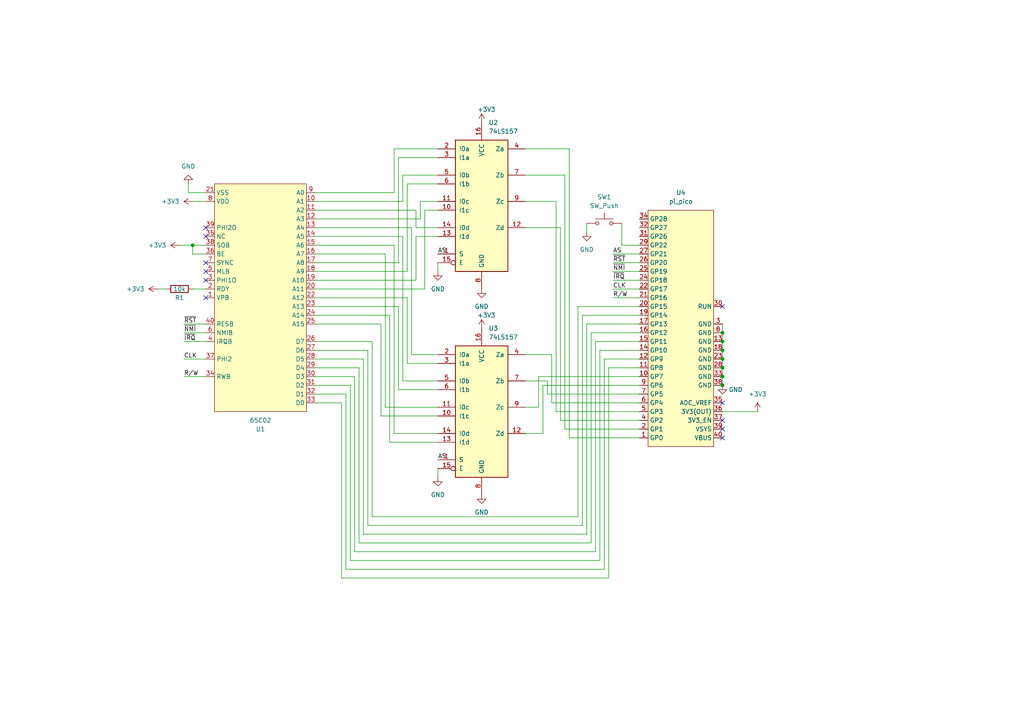
<source format=kicad_sch>
(kicad_sch (version 20211123) (generator eeschema)
  (paper "A4")
  (lib_symbols
    (symbol "65C02:65C02"
      (property "Reference" "U" (at -3.81 -1.27 0))
      (property "Value" "65C02" (at -3.81 -3.81 0))
      (symbol "65C02_0_1"
        (rectangle (start 0 66.04) (end 26.67 0) (fill (type background)))
      )
      (symbol "65C02_1_1"
        (pin output line (at 29.21 33.02 180) (length 2.54) (name "VPB") (number "1"))
        (pin output line (at -2.54 5.08 0) (length 2.54) (name "A1") (number "10"))
        (pin output line (at -2.54 7.62 0) (length 2.54) (name "A2") (number "11"))
        (pin output line (at -2.54 10.16 0) (length 2.54) (name "A3") (number "12"))
        (pin output line (at -2.54 12.7 0) (length 2.54) (name "A4") (number "13"))
        (pin output line (at -2.54 15.24 0) (length 2.54) (name "A5") (number "14"))
        (pin output line (at -2.54 17.78 0) (length 2.54) (name "A6") (number "15"))
        (pin output line (at -2.54 20.32 0) (length 2.54) (name "A7") (number "16"))
        (pin output line (at -2.54 22.86 0) (length 2.54) (name "A8") (number "17"))
        (pin output line (at -2.54 25.4 0) (length 2.54) (name "A9") (number "18"))
        (pin output line (at -2.54 27.94 0) (length 2.54) (name "A10") (number "19"))
        (pin input line (at 29.21 30.48 180) (length 2.54) (name "RDY") (number "2"))
        (pin output line (at -2.54 30.48 0) (length 2.54) (name "A11") (number "20"))
        (pin power_in line (at 29.21 2.54 180) (length 2.54) (name "VSS") (number "21"))
        (pin output line (at -2.54 33.02 0) (length 2.54) (name "A12") (number "22"))
        (pin output line (at -2.54 35.56 0) (length 2.54) (name "A13") (number "23"))
        (pin output line (at -2.54 38.1 0) (length 2.54) (name "A14") (number "24"))
        (pin output line (at -2.54 40.64 0) (length 2.54) (name "A15") (number "25"))
        (pin bidirectional line (at -2.54 45.72 0) (length 2.54) (name "D7") (number "26"))
        (pin bidirectional line (at -2.54 48.26 0) (length 2.54) (name "D6") (number "27"))
        (pin bidirectional line (at -2.54 50.8 0) (length 2.54) (name "D5") (number "28"))
        (pin bidirectional line (at -2.54 53.34 0) (length 2.54) (name "D4") (number "29"))
        (pin output line (at 29.21 27.94 180) (length 2.54) (name "PHI1O") (number "3"))
        (pin bidirectional line (at -2.54 55.88 0) (length 2.54) (name "D3") (number "30"))
        (pin bidirectional line (at -2.54 58.42 0) (length 2.54) (name "D2") (number "31"))
        (pin bidirectional line (at -2.54 60.96 0) (length 2.54) (name "D1") (number "32"))
        (pin bidirectional line (at -2.54 63.5 0) (length 2.54) (name "D0") (number "33"))
        (pin output line (at 29.21 55.88 180) (length 2.54) (name "RWB") (number "34"))
        (pin output line (at 29.21 15.24 180) (length 2.54) (name "NC") (number "35"))
        (pin input line (at 29.21 20.32 180) (length 2.54) (name "BE") (number "36"))
        (pin input line (at 29.21 50.8 180) (length 2.54) (name "PHI2") (number "37"))
        (pin input line (at 29.21 17.78 180) (length 2.54) (name "SOB") (number "38"))
        (pin output line (at 29.21 12.7 180) (length 2.54) (name "PHI2O") (number "39"))
        (pin input line (at 29.21 45.72 180) (length 2.54) (name "IRQB") (number "4"))
        (pin input line (at 29.21 40.64 180) (length 2.54) (name "RESB") (number "40"))
        (pin output line (at 29.21 25.4 180) (length 2.54) (name "MLB") (number "5"))
        (pin input line (at 29.21 43.18 180) (length 2.54) (name "NMIB") (number "6"))
        (pin output line (at 29.21 22.86 180) (length 2.54) (name "SYNC") (number "7"))
        (pin power_in line (at 29.21 5.08 180) (length 2.54) (name "VDD") (number "8"))
        (pin output line (at -2.54 2.54 0) (length 2.54) (name "A0") (number "9"))
      )
    )
    (symbol "74xx:74LS157" (pin_names (offset 1.016))
      (property "Reference" "U" (at -7.62 19.05 0))
      (property "Value" "74LS157" (at -7.62 -21.59 0))
      (symbol "74LS157_1_0"
        (pin input line (at -12.7 -15.24 0) (length 5.08) (name "S") (number "1"))
        (pin input line (at -12.7 -2.54 0) (length 5.08) (name "I1c") (number "10"))
        (pin input line (at -12.7 0 0) (length 5.08) (name "I0c") (number "11"))
        (pin output line (at 12.7 -7.62 180) (length 5.08) (name "Zd") (number "12"))
        (pin input line (at -12.7 -10.16 0) (length 5.08) (name "I1d") (number "13"))
        (pin input line (at -12.7 -7.62 0) (length 5.08) (name "I0d") (number "14"))
        (pin input inverted (at -12.7 -17.78 0) (length 5.08) (name "E") (number "15"))
        (pin power_in line (at 0 22.86 270) (length 5.08) (name "VCC") (number "16"))
        (pin input line (at -12.7 15.24 0) (length 5.08) (name "I0a") (number "2"))
        (pin input line (at -12.7 12.7 0) (length 5.08) (name "I1a") (number "3"))
        (pin output line (at 12.7 15.24 180) (length 5.08) (name "Za") (number "4"))
        (pin input line (at -12.7 7.62 0) (length 5.08) (name "I0b") (number "5"))
        (pin input line (at -12.7 5.08 0) (length 5.08) (name "I1b") (number "6"))
        (pin output line (at 12.7 7.62 180) (length 5.08) (name "Zb") (number "7"))
        (pin power_in line (at 0 -25.4 90) (length 5.08) (name "GND") (number "8"))
        (pin output line (at 12.7 0 180) (length 5.08) (name "Zc") (number "9"))
      )
      (symbol "74LS157_1_1"
        (rectangle (start -7.62 17.78) (end 7.62 -20.32) (stroke (width 0.254)) (fill (type background)))
      )
    )
    (symbol "Device:R" (pin_numbers hide) (pin_names (offset 0))
      (property "Reference" "R" (at 2.032 0 90))
      (property "Value" "R" (at 0 0 90))
      (symbol "R_0_1"
        (rectangle (start -1.016 -2.54) (end 1.016 2.54) (stroke (width 0.254)))
      )
      (symbol "R_1_1"
        (pin passive line (at 0 3.81 270) (length 1.27) (name "~") (number "1"))
        (pin passive line (at 0 -3.81 90) (length 1.27) (name "~") (number "2"))
      )
    )
    (symbol "Switch:SW_Push" (pin_numbers hide) (pin_names (offset 1.016) hide)
      (property "Reference" "SW" (at 1.27 2.54 0))
      (property "Value" "SW_Push" (at 0 -1.524 0))
      (symbol "SW_Push_0_1"
        (circle (center -2.032 0) (radius 0.508))
        (polyline (pts (xy 0 1.27) (xy 0 3.048)))
        (polyline (pts (xy 2.54 1.27) (xy -2.54 1.27)))
        (circle (center 2.032 0) (radius 0.508))
        (pin passive line (at -5.08 0 0) (length 2.54) (name "1") (number "1"))
        (pin passive line (at 5.08 0 180) (length 2.54) (name "2") (number "2"))
      )
    )
    (symbol "pi_pico:pi_pico"
      (property "Reference" "U" (at -5.08 -1.27 0))
      (property "Value" "pi_pico" (at -5.08 -1.27 0))
      (symbol "pi_pico_0_1"
        (rectangle (start 0 68.58) (end 19.05 0) (fill (type background)))
      )
      (symbol "pi_pico_1_1"
        (pin bidirectional line (at -2.54 2.54 0) (length 2.54) (name "GP0") (number "1"))
        (pin bidirectional line (at -2.54 20.32 0) (length 2.54) (name "GP7") (number "10"))
        (pin bidirectional line (at -2.54 22.86 0) (length 2.54) (name "GP8") (number "11"))
        (pin bidirectional line (at -2.54 25.4 0) (length 2.54) (name "GP9") (number "12"))
        (pin power_in line (at 21.59 30.48 180) (length 2.54) (name "GND") (number "13"))
        (pin bidirectional line (at -2.54 27.94 0) (length 2.54) (name "GP10") (number "14"))
        (pin bidirectional line (at -2.54 30.48 0) (length 2.54) (name "GP11") (number "15"))
        (pin bidirectional line (at -2.54 33.02 0) (length 2.54) (name "GP12") (number "16"))
        (pin bidirectional line (at -2.54 35.56 0) (length 2.54) (name "GP13") (number "17"))
        (pin power_in line (at 21.59 27.94 180) (length 2.54) (name "GND") (number "18"))
        (pin bidirectional line (at -2.54 38.1 0) (length 2.54) (name "GP14") (number "19"))
        (pin bidirectional line (at -2.54 5.08 0) (length 2.54) (name "GP1") (number "2"))
        (pin bidirectional line (at -2.54 40.64 0) (length 2.54) (name "GP15") (number "20"))
        (pin bidirectional line (at -2.54 43.18 0) (length 2.54) (name "GP16") (number "21"))
        (pin bidirectional line (at -2.54 45.72 0) (length 2.54) (name "GP17") (number "22"))
        (pin power_in line (at 21.59 25.4 180) (length 2.54) (name "GND") (number "23"))
        (pin bidirectional line (at -2.54 48.26 0) (length 2.54) (name "GP18") (number "24"))
        (pin bidirectional line (at -2.54 50.8 0) (length 2.54) (name "GP19") (number "25"))
        (pin bidirectional line (at -2.54 53.34 0) (length 2.54) (name "GP20") (number "26"))
        (pin bidirectional line (at -2.54 55.88 0) (length 2.54) (name "GP21") (number "27"))
        (pin power_in line (at 21.59 22.86 180) (length 2.54) (name "GND") (number "28"))
        (pin bidirectional line (at -2.54 58.42 0) (length 2.54) (name "GP22") (number "29"))
        (pin power_in line (at 21.59 35.56 180) (length 2.54) (name "GND") (number "3"))
        (pin input line (at 21.59 40.64 180) (length 2.54) (name "RUN") (number "30"))
        (pin bidirectional line (at -2.54 60.96 0) (length 2.54) (name "GP26") (number "31"))
        (pin bidirectional line (at -2.54 63.5 0) (length 2.54) (name "GP27") (number "32"))
        (pin power_in line (at 21.59 20.32 180) (length 2.54) (name "GND") (number "33"))
        (pin bidirectional line (at -2.54 66.04 0) (length 2.54) (name "GP28") (number "34"))
        (pin bidirectional line (at 21.59 12.7 180) (length 2.54) (name "ADC_VREF") (number "35"))
        (pin power_out line (at 21.59 10.16 180) (length 2.54) (name "3V3(OUT)") (number "36"))
        (pin input line (at 21.59 7.62 180) (length 2.54) (name "3V3_EN") (number "37"))
        (pin power_in line (at 21.59 17.78 180) (length 2.54) (name "GND") (number "38"))
        (pin power_in line (at 21.59 5.08 180) (length 2.54) (name "VSYS") (number "39"))
        (pin bidirectional line (at -2.54 7.62 0) (length 2.54) (name "GP2") (number "4"))
        (pin power_in line (at 21.59 2.54 180) (length 2.54) (name "VBUS") (number "40"))
        (pin bidirectional line (at -2.54 10.16 0) (length 2.54) (name "GP3") (number "5"))
        (pin bidirectional line (at -2.54 12.7 0) (length 2.54) (name "GP4") (number "6"))
        (pin bidirectional line (at -2.54 15.24 0) (length 2.54) (name "GP5") (number "7"))
        (pin power_in line (at 21.59 33.02 180) (length 2.54) (name "GND") (number "8"))
        (pin bidirectional line (at -2.54 17.78 0) (length 2.54) (name "GP6") (number "9"))
      )
    )
    (symbol "power:+3V3" (power) (pin_names (offset 0))
      (property "Value" "+3V3" (at 0 3.556 0))
      (symbol "+3V3_0_1"
        (polyline (pts (xy -0.762 1.27) (xy 0 2.54)))
        (polyline (pts (xy 0 0) (xy 0 2.54)))
        (polyline (pts (xy 0 2.54) (xy 0.762 1.27)))
      )
      (symbol "+3V3_1_1"
        (pin power_in line (at 0 0 90) (length 0) hide (name "+3V3") (number "1"))
      )
    )
    (symbol "power:GND" (power) (pin_names (offset 0))
      (property "Value" "GND" (at 0 -3.81 0))
      (symbol "GND_0_1"
        (polyline (pts (xy 0 0) (xy 0 -1.27) (xy 1.27 -1.27) (xy 0 -2.54) (xy -1.27 -1.27) (xy 0 -1.27)))
      )
      (symbol "GND_1_1"
        (pin power_in line (at 0 0 270) (length 0) hide (name "GND") (number "1"))
      )
    )
  )
  (junction (at 209.55 109.22))
  (junction (at 209.55 96.52))
  (junction (at 209.55 104.14))
  (junction (at 209.55 99.06))
  (junction (at 209.55 111.76))
  (junction (at 55.88 71.12))
  (junction (at 209.55 106.68))
  (junction (at 209.55 101.6))
  (no_connect (at 209.55 124.46))
  (no_connect (at 209.55 116.84))
  (no_connect (at 209.55 121.92))
  (no_connect (at 209.55 88.9))
  (no_connect (at 209.55 127))
  (no_connect (at 59.69 76.2))
  (no_connect (at 59.69 78.74))
  (no_connect (at 59.69 81.28))
  (no_connect (at 59.69 86.36))
  (no_connect (at 59.69 66.04))
  (no_connect (at 59.69 68.58))
  (wire (pts (xy 114.3 71.12) (xy 114.3 125.73)))
  (wire (pts (xy 177.8 83.82) (xy 185.42 83.82)))
  (wire (pts (xy 127 76.2) (xy 127 78.74)))
  (wire (pts (xy 118.11 78.74) (xy 118.11 53.34)))
  (wire (pts (xy 53.34 99.06) (xy 59.69 99.06)))
  (wire (pts (xy 156.21 118.11) (xy 152.4 118.11)))
  (wire (pts (xy 48.26 83.82) (xy 45.72 83.82)))
  (wire (pts (xy 91.44 91.44) (xy 113.03 91.44)))
  (wire (pts (xy 209.55 119.38) (xy 219.71 119.38)))
  (wire (pts (xy 101.6 111.76) (xy 101.6 162.56)))
  (wire (pts (xy 185.42 127) (xy 165.1 127)))
  (wire (pts (xy 91.44 66.04) (xy 119.38 66.04)))
  (wire (pts (xy 127 118.11) (xy 111.76 118.11)))
  (wire (pts (xy 59.69 83.82) (xy 55.88 83.82)))
  (wire (pts (xy 121.92 63.5) (xy 121.92 58.42)))
  (wire (pts (xy 91.44 86.36) (xy 118.11 86.36)))
  (wire (pts (xy 156.21 109.22) (xy 156.21 118.11)))
  (wire (pts (xy 120.65 81.28) (xy 120.65 68.58)))
  (wire (pts (xy 100.33 114.3) (xy 100.33 165.1)))
  (wire (pts (xy 152.4 66.04) (xy 162.56 66.04)))
  (wire (pts (xy 91.44 116.84) (xy 99.06 116.84)))
  (wire (pts (xy 175.26 104.14) (xy 185.42 104.14)))
  (wire (pts (xy 209.55 96.52) (xy 209.55 99.06)))
  (wire (pts (xy 177.8 78.74) (xy 185.42 78.74)))
  (wire (pts (xy 91.44 111.76) (xy 101.6 111.76)))
  (wire (pts (xy 121.92 58.42) (xy 127 58.42)))
  (wire (pts (xy 55.88 73.66) (xy 55.88 71.12)))
  (wire (pts (xy 120.65 66.04) (xy 127 66.04)))
  (wire (pts (xy 104.14 106.68) (xy 104.14 157.48)))
  (wire (pts (xy 120.65 68.58) (xy 127 68.58)))
  (wire (pts (xy 171.45 96.52) (xy 185.42 96.52)))
  (wire (pts (xy 185.42 111.76) (xy 157.48 111.76)))
  (wire (pts (xy 209.55 93.98) (xy 209.55 96.52)))
  (wire (pts (xy 120.65 60.96) (xy 120.65 66.04)))
  (wire (pts (xy 173.99 101.6) (xy 185.42 101.6)))
  (wire (pts (xy 170.18 154.94) (xy 170.18 93.98)))
  (wire (pts (xy 180.34 64.77) (xy 180.34 71.12)))
  (wire (pts (xy 91.44 83.82) (xy 123.19 83.82)))
  (wire (pts (xy 91.44 60.96) (xy 120.65 60.96)))
  (wire (pts (xy 110.49 120.65) (xy 110.49 93.98)))
  (wire (pts (xy 177.8 76.2) (xy 185.42 76.2)))
  (wire (pts (xy 177.8 73.66) (xy 185.42 73.66)))
  (wire (pts (xy 91.44 68.58) (xy 116.84 68.58)))
  (wire (pts (xy 177.8 81.28) (xy 185.42 81.28)))
  (wire (pts (xy 162.56 121.92) (xy 162.56 66.04)))
  (wire (pts (xy 102.87 160.02) (xy 172.72 160.02)))
  (wire (pts (xy 105.41 104.14) (xy 105.41 154.94)))
  (wire (pts (xy 152.4 50.8) (xy 163.83 50.8)))
  (wire (pts (xy 59.69 71.12) (xy 55.88 71.12)))
  (wire (pts (xy 115.57 76.2) (xy 115.57 45.72)))
  (wire (pts (xy 118.11 86.36) (xy 118.11 105.41)))
  (wire (pts (xy 91.44 71.12) (xy 114.3 71.12)))
  (wire (pts (xy 165.1 127) (xy 165.1 43.18)))
  (wire (pts (xy 160.02 116.84) (xy 160.02 102.87)))
  (wire (pts (xy 119.38 66.04) (xy 119.38 102.87)))
  (wire (pts (xy 91.44 78.74) (xy 118.11 78.74)))
  (wire (pts (xy 114.3 43.18) (xy 127 43.18)))
  (wire (pts (xy 161.29 119.38) (xy 161.29 58.42)))
  (wire (pts (xy 91.44 104.14) (xy 105.41 104.14)))
  (wire (pts (xy 91.44 106.68) (xy 104.14 106.68)))
  (wire (pts (xy 100.33 165.1) (xy 175.26 165.1)))
  (wire (pts (xy 116.84 68.58) (xy 116.84 110.49)))
  (wire (pts (xy 99.06 116.84) (xy 99.06 167.64)))
  (wire (pts (xy 176.53 167.64) (xy 176.53 106.68)))
  (wire (pts (xy 104.14 157.48) (xy 171.45 157.48)))
  (wire (pts (xy 99.06 167.64) (xy 176.53 167.64)))
  (wire (pts (xy 185.42 121.92) (xy 162.56 121.92)))
  (wire (pts (xy 113.03 128.27) (xy 127 128.27)))
  (wire (pts (xy 119.38 102.87) (xy 127 102.87)))
  (wire (pts (xy 91.44 109.22) (xy 102.87 109.22)))
  (wire (pts (xy 163.83 50.8) (xy 163.83 124.46)))
  (wire (pts (xy 106.68 152.4) (xy 168.91 152.4)))
  (wire (pts (xy 157.48 125.73) (xy 152.4 125.73)))
  (wire (pts (xy 209.55 101.6) (xy 209.55 104.14)))
  (wire (pts (xy 118.11 53.34) (xy 127 53.34)))
  (wire (pts (xy 91.44 73.66) (xy 111.76 73.66)))
  (wire (pts (xy 115.57 113.03) (xy 127 113.03)))
  (wire (pts (xy 91.44 63.5) (xy 121.92 63.5)))
  (wire (pts (xy 53.34 96.52) (xy 59.69 96.52)))
  (wire (pts (xy 114.3 125.73) (xy 127 125.73)))
  (wire (pts (xy 168.91 152.4) (xy 168.91 91.44)))
  (wire (pts (xy 175.26 165.1) (xy 175.26 104.14)))
  (wire (pts (xy 172.72 99.06) (xy 185.42 99.06)))
  (wire (pts (xy 185.42 116.84) (xy 160.02 116.84)))
  (wire (pts (xy 55.88 71.12) (xy 52.07 71.12)))
  (wire (pts (xy 91.44 81.28) (xy 120.65 81.28)))
  (wire (pts (xy 185.42 119.38) (xy 161.29 119.38)))
  (wire (pts (xy 157.48 111.76) (xy 157.48 125.73)))
  (wire (pts (xy 111.76 118.11) (xy 111.76 73.66)))
  (wire (pts (xy 170.18 64.77) (xy 170.18 67.31)))
  (wire (pts (xy 101.6 162.56) (xy 173.99 162.56)))
  (wire (pts (xy 54.61 55.88) (xy 54.61 53.34)))
  (wire (pts (xy 59.69 58.42) (xy 55.88 58.42)))
  (wire (pts (xy 53.34 93.98) (xy 59.69 93.98)))
  (wire (pts (xy 209.55 104.14) (xy 209.55 106.68)))
  (wire (pts (xy 180.34 71.12) (xy 185.42 71.12)))
  (wire (pts (xy 176.53 106.68) (xy 185.42 106.68)))
  (wire (pts (xy 114.3 55.88) (xy 114.3 43.18)))
  (wire (pts (xy 167.64 149.86) (xy 167.64 88.9)))
  (wire (pts (xy 171.45 157.48) (xy 171.45 96.52)))
  (wire (pts (xy 209.55 99.06) (xy 209.55 101.6)))
  (wire (pts (xy 118.11 105.41) (xy 127 105.41)))
  (wire (pts (xy 173.99 162.56) (xy 173.99 101.6)))
  (wire (pts (xy 163.83 124.46) (xy 185.42 124.46)))
  (wire (pts (xy 105.41 154.94) (xy 170.18 154.94)))
  (wire (pts (xy 116.84 50.8) (xy 127 50.8)))
  (wire (pts (xy 91.44 88.9) (xy 115.57 88.9)))
  (wire (pts (xy 158.75 110.49) (xy 158.75 114.3)))
  (wire (pts (xy 185.42 109.22) (xy 156.21 109.22)))
  (wire (pts (xy 165.1 43.18) (xy 152.4 43.18)))
  (wire (pts (xy 91.44 93.98) (xy 110.49 93.98)))
  (wire (pts (xy 127 120.65) (xy 110.49 120.65)))
  (wire (pts (xy 209.55 109.22) (xy 209.55 111.76)))
  (wire (pts (xy 102.87 109.22) (xy 102.87 160.02)))
  (wire (pts (xy 91.44 55.88) (xy 114.3 55.88)))
  (wire (pts (xy 170.18 93.98) (xy 185.42 93.98)))
  (wire (pts (xy 116.84 58.42) (xy 116.84 50.8)))
  (wire (pts (xy 116.84 110.49) (xy 127 110.49)))
  (wire (pts (xy 59.69 73.66) (xy 55.88 73.66)))
  (wire (pts (xy 123.19 60.96) (xy 123.19 83.82)))
  (wire (pts (xy 59.69 55.88) (xy 54.61 55.88)))
  (wire (pts (xy 158.75 114.3) (xy 185.42 114.3)))
  (wire (pts (xy 123.19 60.96) (xy 127 60.96)))
  (wire (pts (xy 168.91 91.44) (xy 185.42 91.44)))
  (wire (pts (xy 209.55 106.68) (xy 209.55 109.22)))
  (wire (pts (xy 115.57 88.9) (xy 115.57 113.03)))
  (wire (pts (xy 172.72 160.02) (xy 172.72 99.06)))
  (wire (pts (xy 113.03 91.44) (xy 113.03 128.27)))
  (wire (pts (xy 127 135.89) (xy 127 138.43)))
  (wire (pts (xy 53.34 104.14) (xy 59.69 104.14)))
  (wire (pts (xy 152.4 110.49) (xy 158.75 110.49)))
  (wire (pts (xy 106.68 101.6) (xy 106.68 152.4)))
  (wire (pts (xy 91.44 114.3) (xy 100.33 114.3)))
  (wire (pts (xy 107.95 99.06) (xy 107.95 149.86)))
  (wire (pts (xy 91.44 99.06) (xy 107.95 99.06)))
  (wire (pts (xy 107.95 149.86) (xy 167.64 149.86)))
  (wire (pts (xy 177.8 86.36) (xy 185.42 86.36)))
  (wire (pts (xy 91.44 58.42) (xy 116.84 58.42)))
  (wire (pts (xy 160.02 102.87) (xy 152.4 102.87)))
  (wire (pts (xy 91.44 101.6) (xy 106.68 101.6)))
  (wire (pts (xy 167.64 88.9) (xy 185.42 88.9)))
  (wire (pts (xy 115.57 45.72) (xy 127 45.72)))
  (wire (pts (xy 161.29 58.42) (xy 152.4 58.42)))
  (wire (pts (xy 91.44 76.2) (xy 115.57 76.2)))
  (wire (pts (xy 53.34 109.22) (xy 59.69 109.22)))
  (label "~{IRQ}" (at 53.34 99.06 0))
  (label "CLK" (at 177.8 83.82 0))
  (label "AS" (at 127 73.66 0))
  (label "R{slash}W" (at 177.8 86.36 0))
  (label "R{slash}W" (at 53.34 109.22 0))
  (label "~{NMI}" (at 53.34 96.52 0))
  (label "~{IRQ}" (at 177.8 81.28 0))
  (label "AS" (at 177.8 73.66 0))
  (label "CLK" (at 53.34 104.14 0))
  (label "~{RST}" (at 177.8 76.2 0))
  (label "AS" (at 127 133.35 0))
  (label "~{RST}" (at 53.34 93.98 0))
  (label "~{NMI}" (at 177.8 78.74 0))
  (symbol (lib_id "power:GND") (at 139.7 83.82 0) (unit 1)
    (property "Reference" "#PWR08" (effects hide))
    (property "Value" "GND" (at 139.7 88.9 0))
  )
  (symbol (lib_id "Device:R") (at 52.07 83.82 270) (unit 1)
    (property "Reference" "R1" (at 52.07 86.36 90))
    (property "Value" "10k" (at 52.07 83.82 90))
    (property "Footprint" "Resistor_THT:R_Axial_DIN0207_L6.3mm_D2.5mm_P7.62mm_Horizontal" (effects hide))
  )
  (symbol (lib_id "power:GND") (at 127 78.74 0) (unit 1)
    (property "Reference" "#PWR05" (effects hide))
    (property "Value" "GND" (at 127 83.82 0))
  )
  (symbol (lib_id "power:GND") (at 170.18 67.31 0) (unit 1)
    (property "Reference" "#PWR011" (effects hide))
    (property "Value" "GND" (at 170.18 72.39 0))
  )
  (symbol (lib_id "65C02:65C02") (at 88.9 53.34 180) (unit 1)
    (property "Reference" "U1" (at 75.565 124.46 0))
    (property "Value" "65C02" (at 75.565 121.92 0))
    (property "Footprint" "Package_DIP:DIP-40_W15.24mm_Socket" (effects hide))
  )
  (symbol (lib_id "power:+3V3") (at 55.88 58.42 90) (unit 1)
    (property "Reference" "#PWR04" (effects hide))
    (property "Value" "+3V3" (at 52.07 58.4201 90) (effects (justify left)))
  )
  (symbol (lib_id "74xx:74LS157") (at 139.7 118.11 0) (unit 1)
    (property "Reference" "U3" (at 141.7194 95.25 0) (effects (justify left)))
    (property "Value" "74LS157" (at 141.7194 97.79 0) (effects (justify left)))
    (property "Footprint" "Package_DIP:DIP-16_W7.62mm" (effects hide))
    (property "Datasheet" "http://www.ti.com/lit/gpn/sn74LS157" (effects hide))
  )
  (symbol (lib_id "power:+3V3") (at 52.07 71.12 90) (unit 1)
    (property "Reference" "#PWR02" (effects hide))
    (property "Value" "+3V3" (at 48.26 71.1201 90) (effects (justify left)))
  )
  (symbol (lib_id "power:+3V3") (at 219.71 119.38 0) (unit 1)
    (property "Reference" "#PWR013" (effects hide))
    (property "Value" "+3V3" (at 219.71 114.3 0))
  )
  (symbol (lib_id "power:+3V3") (at 45.72 83.82 90) (unit 1)
    (property "Reference" "#PWR01" (effects hide))
    (property "Value" "+3V3" (at 41.91 83.8201 90) (effects (justify left)))
  )
  (symbol (lib_id "power:GND") (at 139.7 143.51 0) (unit 1)
    (property "Reference" "#PWR010" (effects hide))
    (property "Value" "GND" (at 139.7 148.59 0))
  )
  (symbol (lib_id "74xx:74LS157") (at 139.7 58.42 0) (unit 1)
    (property "Reference" "U2" (at 141.7194 35.56 0) (effects (justify left)))
    (property "Value" "74LS157" (at 141.7194 38.1 0) (effects (justify left)))
    (property "Footprint" "Package_DIP:DIP-16_W7.62mm" (effects hide))
    (property "Datasheet" "http://www.ti.com/lit/gpn/sn74LS157" (effects hide))
  )
  (symbol (lib_id "pi_pico:pi_pico") (at 187.96 129.54 0) (unit 1)
    (property "Reference" "U4" (at 197.485 55.88 0))
    (property "Value" "pi_pico" (at 197.485 58.42 0))
    (property "Footprint" "pi_pico:pi_pico" (effects hide))
  )
  (symbol (lib_id "power:GND") (at 209.55 111.76 0) (unit 1)
    (property "Reference" "#PWR012" (effects hide))
    (property "Value" "GND" (at 213.36 113.03 0))
  )
  (symbol (lib_id "power:GND") (at 127 138.43 0) (unit 1)
    (property "Reference" "#PWR06" (effects hide))
    (property "Value" "GND" (at 127 143.51 0))
  )
  (symbol (lib_id "power:+3V3") (at 139.7 35.56 0) (unit 1)
    (property "Reference" "#PWR07" (effects hide))
    (property "Value" "+3V3" (at 138.43 31.75 0) (effects (justify left)))
  )
  (symbol (lib_id "power:GND") (at 54.61 53.34 180) (unit 1)
    (property "Reference" "#PWR03" (effects hide))
    (property "Value" "GND" (at 54.61 48.26 0))
  )
  (symbol (lib_id "Switch:SW_Push") (at 175.26 64.77 0) (unit 1)
    (property "Reference" "SW1" (at 175.26 57.15 0))
    (property "Value" "SW_Push" (at 175.26 59.69 0))
    (property "Footprint" "Button_Switch_THT:SW_PUSH_6mm_H5mm" (effects hide))
  )
  (symbol (lib_id "power:+3V3") (at 139.7 95.25 0) (unit 1)
    (property "Reference" "#PWR09" (effects hide))
    (property "Value" "+3V3" (at 138.43 91.44 0) (effects (justify left)))
  )
)
</source>
